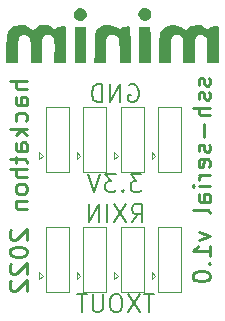
<source format=gbr>
%TF.GenerationSoftware,KiCad,Pcbnew,6.0.5-a6ca702e91~116~ubuntu20.04.1*%
%TF.CreationDate,2022-06-07T16:18:29-07:00*%
%TF.ProjectId,esp8266-dongle,65737038-3236-4362-9d64-6f6e676c652e,rev?*%
%TF.SameCoordinates,Original*%
%TF.FileFunction,Legend,Bot*%
%TF.FilePolarity,Positive*%
%FSLAX46Y46*%
G04 Gerber Fmt 4.6, Leading zero omitted, Abs format (unit mm)*
G04 Created by KiCad (PCBNEW 6.0.5-a6ca702e91~116~ubuntu20.04.1) date 2022-06-07 16:18:29*
%MOMM*%
%LPD*%
G01*
G04 APERTURE LIST*
%ADD10C,0.200000*%
%ADD11C,0.250000*%
%ADD12C,0.120000*%
G04 APERTURE END LIST*
D10*
X119490714Y-94428571D02*
X118633571Y-94428571D01*
X119062142Y-95928571D02*
X119062142Y-94428571D01*
X118276428Y-94428571D02*
X117276428Y-95928571D01*
X117276428Y-94428571D02*
X118276428Y-95928571D01*
X116419285Y-94428571D02*
X116133571Y-94428571D01*
X115990714Y-94500000D01*
X115847857Y-94642857D01*
X115776428Y-94928571D01*
X115776428Y-95428571D01*
X115847857Y-95714285D01*
X115990714Y-95857142D01*
X116133571Y-95928571D01*
X116419285Y-95928571D01*
X116562142Y-95857142D01*
X116705000Y-95714285D01*
X116776428Y-95428571D01*
X116776428Y-94928571D01*
X116705000Y-94642857D01*
X116562142Y-94500000D01*
X116419285Y-94428571D01*
X115133571Y-94428571D02*
X115133571Y-95642857D01*
X115062142Y-95785714D01*
X114990714Y-95857142D01*
X114847857Y-95928571D01*
X114562142Y-95928571D01*
X114419285Y-95857142D01*
X114347857Y-95785714D01*
X114276428Y-95642857D01*
X114276428Y-94428571D01*
X113776428Y-94428571D02*
X112919285Y-94428571D01*
X113347857Y-95928571D02*
X113347857Y-94428571D01*
X118419285Y-84268571D02*
X117490714Y-84268571D01*
X117990714Y-84840000D01*
X117776428Y-84840000D01*
X117633571Y-84911428D01*
X117562142Y-84982857D01*
X117490714Y-85125714D01*
X117490714Y-85482857D01*
X117562142Y-85625714D01*
X117633571Y-85697142D01*
X117776428Y-85768571D01*
X118205000Y-85768571D01*
X118347857Y-85697142D01*
X118419285Y-85625714D01*
X116847857Y-85625714D02*
X116776428Y-85697142D01*
X116847857Y-85768571D01*
X116919285Y-85697142D01*
X116847857Y-85625714D01*
X116847857Y-85768571D01*
X116276428Y-84268571D02*
X115347857Y-84268571D01*
X115847857Y-84840000D01*
X115633571Y-84840000D01*
X115490714Y-84911428D01*
X115419285Y-84982857D01*
X115347857Y-85125714D01*
X115347857Y-85482857D01*
X115419285Y-85625714D01*
X115490714Y-85697142D01*
X115633571Y-85768571D01*
X116062142Y-85768571D01*
X116205000Y-85697142D01*
X116276428Y-85625714D01*
X114919285Y-84268571D02*
X114419285Y-85768571D01*
X113919285Y-84268571D01*
X117597857Y-88308571D02*
X118097857Y-87594285D01*
X118455000Y-88308571D02*
X118455000Y-86808571D01*
X117883571Y-86808571D01*
X117740714Y-86880000D01*
X117669285Y-86951428D01*
X117597857Y-87094285D01*
X117597857Y-87308571D01*
X117669285Y-87451428D01*
X117740714Y-87522857D01*
X117883571Y-87594285D01*
X118455000Y-87594285D01*
X117097857Y-86808571D02*
X116097857Y-88308571D01*
X116097857Y-86808571D02*
X117097857Y-88308571D01*
X115526428Y-88308571D02*
X115526428Y-86808571D01*
X114812142Y-88308571D02*
X114812142Y-86808571D01*
X113955000Y-88308571D01*
X113955000Y-86808571D01*
D11*
X124178142Y-76101857D02*
X124249571Y-76244714D01*
X124249571Y-76530428D01*
X124178142Y-76673285D01*
X124035285Y-76744714D01*
X123963857Y-76744714D01*
X123821000Y-76673285D01*
X123749571Y-76530428D01*
X123749571Y-76316142D01*
X123678142Y-76173285D01*
X123535285Y-76101857D01*
X123463857Y-76101857D01*
X123321000Y-76173285D01*
X123249571Y-76316142D01*
X123249571Y-76530428D01*
X123321000Y-76673285D01*
X124178142Y-77316142D02*
X124249571Y-77459000D01*
X124249571Y-77744714D01*
X124178142Y-77887571D01*
X124035285Y-77959000D01*
X123963857Y-77959000D01*
X123821000Y-77887571D01*
X123749571Y-77744714D01*
X123749571Y-77530428D01*
X123678142Y-77387571D01*
X123535285Y-77316142D01*
X123463857Y-77316142D01*
X123321000Y-77387571D01*
X123249571Y-77530428D01*
X123249571Y-77744714D01*
X123321000Y-77887571D01*
X124249571Y-78601857D02*
X122749571Y-78601857D01*
X124249571Y-79244714D02*
X123463857Y-79244714D01*
X123321000Y-79173285D01*
X123249571Y-79030428D01*
X123249571Y-78816142D01*
X123321000Y-78673285D01*
X123392428Y-78601857D01*
X123678142Y-79959000D02*
X123678142Y-81101857D01*
X124178142Y-81744714D02*
X124249571Y-81887571D01*
X124249571Y-82173285D01*
X124178142Y-82316142D01*
X124035285Y-82387571D01*
X123963857Y-82387571D01*
X123821000Y-82316142D01*
X123749571Y-82173285D01*
X123749571Y-81959000D01*
X123678142Y-81816142D01*
X123535285Y-81744714D01*
X123463857Y-81744714D01*
X123321000Y-81816142D01*
X123249571Y-81959000D01*
X123249571Y-82173285D01*
X123321000Y-82316142D01*
X124178142Y-83601857D02*
X124249571Y-83459000D01*
X124249571Y-83173285D01*
X124178142Y-83030428D01*
X124035285Y-82959000D01*
X123463857Y-82959000D01*
X123321000Y-83030428D01*
X123249571Y-83173285D01*
X123249571Y-83459000D01*
X123321000Y-83601857D01*
X123463857Y-83673285D01*
X123606714Y-83673285D01*
X123749571Y-82959000D01*
X124249571Y-84316142D02*
X123249571Y-84316142D01*
X123535285Y-84316142D02*
X123392428Y-84387571D01*
X123321000Y-84459000D01*
X123249571Y-84601857D01*
X123249571Y-84744714D01*
X124249571Y-85244714D02*
X123249571Y-85244714D01*
X122749571Y-85244714D02*
X122821000Y-85173285D01*
X122892428Y-85244714D01*
X122821000Y-85316142D01*
X122749571Y-85244714D01*
X122892428Y-85244714D01*
X124249571Y-86601857D02*
X123463857Y-86601857D01*
X123321000Y-86530428D01*
X123249571Y-86387571D01*
X123249571Y-86101857D01*
X123321000Y-85959000D01*
X124178142Y-86601857D02*
X124249571Y-86459000D01*
X124249571Y-86101857D01*
X124178142Y-85959000D01*
X124035285Y-85887571D01*
X123892428Y-85887571D01*
X123749571Y-85959000D01*
X123678142Y-86101857D01*
X123678142Y-86459000D01*
X123606714Y-86601857D01*
X124249571Y-87530428D02*
X124178142Y-87387571D01*
X124035285Y-87316142D01*
X122749571Y-87316142D01*
X123249571Y-89101857D02*
X124249571Y-89459000D01*
X123249571Y-89816142D01*
X124249571Y-91173285D02*
X124249571Y-90316142D01*
X124249571Y-90744714D02*
X122749571Y-90744714D01*
X122963857Y-90601857D01*
X123106714Y-90459000D01*
X123178142Y-90316142D01*
X124106714Y-91816142D02*
X124178142Y-91887571D01*
X124249571Y-91816142D01*
X124178142Y-91744714D01*
X124106714Y-91816142D01*
X124249571Y-91816142D01*
X122749571Y-92816142D02*
X122749571Y-92959000D01*
X122821000Y-93101857D01*
X122892428Y-93173285D01*
X123035285Y-93244714D01*
X123321000Y-93316142D01*
X123678142Y-93316142D01*
X123963857Y-93244714D01*
X124106714Y-93173285D01*
X124178142Y-93101857D01*
X124249571Y-92959000D01*
X124249571Y-92816142D01*
X124178142Y-92673285D01*
X124106714Y-92601857D01*
X123963857Y-92530428D01*
X123678142Y-92459000D01*
X123321000Y-92459000D01*
X123035285Y-92530428D01*
X122892428Y-92601857D01*
X122821000Y-92673285D01*
X122749571Y-92816142D01*
D10*
X117347857Y-76720000D02*
X117490714Y-76648571D01*
X117705000Y-76648571D01*
X117919285Y-76720000D01*
X118062142Y-76862857D01*
X118133571Y-77005714D01*
X118205000Y-77291428D01*
X118205000Y-77505714D01*
X118133571Y-77791428D01*
X118062142Y-77934285D01*
X117919285Y-78077142D01*
X117705000Y-78148571D01*
X117562142Y-78148571D01*
X117347857Y-78077142D01*
X117276428Y-78005714D01*
X117276428Y-77505714D01*
X117562142Y-77505714D01*
X116633571Y-78148571D02*
X116633571Y-76648571D01*
X115776428Y-78148571D01*
X115776428Y-76648571D01*
X115062142Y-78148571D02*
X115062142Y-76648571D01*
X114705000Y-76648571D01*
X114490714Y-76720000D01*
X114347857Y-76862857D01*
X114276428Y-77005714D01*
X114205000Y-77291428D01*
X114205000Y-77505714D01*
X114276428Y-77791428D01*
X114347857Y-77934285D01*
X114490714Y-78077142D01*
X114705000Y-78148571D01*
X115062142Y-78148571D01*
D11*
X108755571Y-76395571D02*
X107255571Y-76395571D01*
X108755571Y-77038428D02*
X107969857Y-77038428D01*
X107827000Y-76967000D01*
X107755571Y-76824142D01*
X107755571Y-76609857D01*
X107827000Y-76467000D01*
X107898428Y-76395571D01*
X108755571Y-78395571D02*
X107969857Y-78395571D01*
X107827000Y-78324142D01*
X107755571Y-78181285D01*
X107755571Y-77895571D01*
X107827000Y-77752714D01*
X108684142Y-78395571D02*
X108755571Y-78252714D01*
X108755571Y-77895571D01*
X108684142Y-77752714D01*
X108541285Y-77681285D01*
X108398428Y-77681285D01*
X108255571Y-77752714D01*
X108184142Y-77895571D01*
X108184142Y-78252714D01*
X108112714Y-78395571D01*
X108684142Y-79752714D02*
X108755571Y-79609857D01*
X108755571Y-79324142D01*
X108684142Y-79181285D01*
X108612714Y-79109857D01*
X108469857Y-79038428D01*
X108041285Y-79038428D01*
X107898428Y-79109857D01*
X107827000Y-79181285D01*
X107755571Y-79324142D01*
X107755571Y-79609857D01*
X107827000Y-79752714D01*
X108755571Y-80395571D02*
X107255571Y-80395571D01*
X108184142Y-80538428D02*
X108755571Y-80967000D01*
X107755571Y-80967000D02*
X108327000Y-80395571D01*
X108755571Y-82252714D02*
X107969857Y-82252714D01*
X107827000Y-82181285D01*
X107755571Y-82038428D01*
X107755571Y-81752714D01*
X107827000Y-81609857D01*
X108684142Y-82252714D02*
X108755571Y-82109857D01*
X108755571Y-81752714D01*
X108684142Y-81609857D01*
X108541285Y-81538428D01*
X108398428Y-81538428D01*
X108255571Y-81609857D01*
X108184142Y-81752714D01*
X108184142Y-82109857D01*
X108112714Y-82252714D01*
X107755571Y-82752714D02*
X107755571Y-83324142D01*
X107255571Y-82967000D02*
X108541285Y-82967000D01*
X108684142Y-83038428D01*
X108755571Y-83181285D01*
X108755571Y-83324142D01*
X108755571Y-83824142D02*
X107255571Y-83824142D01*
X108755571Y-84467000D02*
X107969857Y-84467000D01*
X107827000Y-84395571D01*
X107755571Y-84252714D01*
X107755571Y-84038428D01*
X107827000Y-83895571D01*
X107898428Y-83824142D01*
X108755571Y-85395571D02*
X108684142Y-85252714D01*
X108612714Y-85181285D01*
X108469857Y-85109857D01*
X108041285Y-85109857D01*
X107898428Y-85181285D01*
X107827000Y-85252714D01*
X107755571Y-85395571D01*
X107755571Y-85609857D01*
X107827000Y-85752714D01*
X107898428Y-85824142D01*
X108041285Y-85895571D01*
X108469857Y-85895571D01*
X108612714Y-85824142D01*
X108684142Y-85752714D01*
X108755571Y-85609857D01*
X108755571Y-85395571D01*
X107755571Y-86538428D02*
X108755571Y-86538428D01*
X107898428Y-86538428D02*
X107827000Y-86609857D01*
X107755571Y-86752714D01*
X107755571Y-86967000D01*
X107827000Y-87109857D01*
X107969857Y-87181285D01*
X108755571Y-87181285D01*
X107398428Y-88967000D02*
X107327000Y-89038428D01*
X107255571Y-89181285D01*
X107255571Y-89538428D01*
X107327000Y-89681285D01*
X107398428Y-89752714D01*
X107541285Y-89824142D01*
X107684142Y-89824142D01*
X107898428Y-89752714D01*
X108755571Y-88895571D01*
X108755571Y-89824142D01*
X107255571Y-90752714D02*
X107255571Y-90895571D01*
X107327000Y-91038428D01*
X107398428Y-91109857D01*
X107541285Y-91181285D01*
X107827000Y-91252714D01*
X108184142Y-91252714D01*
X108469857Y-91181285D01*
X108612714Y-91109857D01*
X108684142Y-91038428D01*
X108755571Y-90895571D01*
X108755571Y-90752714D01*
X108684142Y-90609857D01*
X108612714Y-90538428D01*
X108469857Y-90467000D01*
X108184142Y-90395571D01*
X107827000Y-90395571D01*
X107541285Y-90467000D01*
X107398428Y-90538428D01*
X107327000Y-90609857D01*
X107255571Y-90752714D01*
X107398428Y-91824142D02*
X107327000Y-91895571D01*
X107255571Y-92038428D01*
X107255571Y-92395571D01*
X107327000Y-92538428D01*
X107398428Y-92609857D01*
X107541285Y-92681285D01*
X107684142Y-92681285D01*
X107898428Y-92609857D01*
X108755571Y-91752714D01*
X108755571Y-92681285D01*
X107398428Y-93252714D02*
X107327000Y-93324142D01*
X107255571Y-93467000D01*
X107255571Y-93824142D01*
X107327000Y-93967000D01*
X107398428Y-94038428D01*
X107541285Y-94109857D01*
X107684142Y-94109857D01*
X107898428Y-94038428D01*
X108755571Y-93181285D01*
X108755571Y-94109857D01*
D12*
%TO.C,JP4*%
X121800000Y-88690000D02*
X119850000Y-88690000D01*
X119300000Y-92540000D02*
X119600000Y-92840000D01*
X121800000Y-94190000D02*
X121800000Y-88690000D01*
X119850000Y-94190000D02*
X121800000Y-94190000D01*
X119300000Y-93140000D02*
X119300000Y-92540000D01*
X119600000Y-92840000D02*
X119300000Y-93140000D01*
X119850000Y-88690000D02*
X119850000Y-94190000D01*
%TO.C,JP7*%
X112950000Y-93140000D02*
X112950000Y-92540000D01*
X112950000Y-92540000D02*
X113250000Y-92840000D01*
X115450000Y-88690000D02*
X113500000Y-88690000D01*
X115450000Y-94190000D02*
X115450000Y-88690000D01*
X113500000Y-94190000D02*
X115450000Y-94190000D01*
X113250000Y-92840000D02*
X112950000Y-93140000D01*
X113500000Y-88690000D02*
X113500000Y-94190000D01*
%TO.C,JP8*%
X118625000Y-94190000D02*
X118625000Y-88690000D01*
X116425000Y-92840000D02*
X116125000Y-93140000D01*
X116125000Y-93140000D02*
X116125000Y-92540000D01*
X118625000Y-88690000D02*
X116675000Y-88690000D01*
X116675000Y-88690000D02*
X116675000Y-94190000D01*
X116125000Y-92540000D02*
X116425000Y-92840000D01*
X116675000Y-94190000D02*
X118625000Y-94190000D01*
%TO.C,G\u002A\u002A\u002A*%
G36*
X118852408Y-70203759D02*
G01*
X118994178Y-70257304D01*
X119117803Y-70352864D01*
X119213607Y-70492581D01*
X119255355Y-70612152D01*
X119266023Y-70781025D01*
X119225114Y-70942303D01*
X119136299Y-71083759D01*
X119003249Y-71193166D01*
X118924515Y-71226148D01*
X118783190Y-71252386D01*
X118633045Y-71252256D01*
X118501447Y-71224073D01*
X118380046Y-71156625D01*
X118262914Y-71036946D01*
X118185004Y-70888529D01*
X118156722Y-70726395D01*
X118162501Y-70644959D01*
X118209978Y-70491357D01*
X118297358Y-70366929D01*
X118414966Y-70273815D01*
X118553127Y-70214154D01*
X118702165Y-70190089D01*
X118852408Y-70203759D01*
G37*
G36*
X121512898Y-71658615D02*
G01*
X121748124Y-71761398D01*
X121984976Y-71920092D01*
X122169882Y-72064021D01*
X122304988Y-71931713D01*
X122371872Y-71871018D01*
X122570411Y-71739947D01*
X122797090Y-71657829D01*
X123058530Y-71621944D01*
X123243105Y-71621373D01*
X123447424Y-71650144D01*
X123637855Y-71717377D01*
X123836362Y-71828918D01*
X123907463Y-71873558D01*
X123988082Y-71916853D01*
X124040105Y-71930696D01*
X124075147Y-71919491D01*
X124156356Y-71863725D01*
X124286812Y-71794733D01*
X124422921Y-71754337D01*
X124582144Y-71738147D01*
X124781939Y-71741772D01*
X124962081Y-71751397D01*
X124969857Y-73305120D01*
X124977632Y-74858844D01*
X123986312Y-74858844D01*
X123986312Y-73867099D01*
X123986305Y-73801594D01*
X123985861Y-73525733D01*
X123984094Y-73301982D01*
X123980129Y-73123786D01*
X123973093Y-72984593D01*
X123962110Y-72877849D01*
X123946305Y-72796999D01*
X123924804Y-72735491D01*
X123896732Y-72686769D01*
X123861213Y-72644282D01*
X123817374Y-72601475D01*
X123689895Y-72511569D01*
X123536514Y-72459935D01*
X123380212Y-72455824D01*
X123232665Y-72497627D01*
X123105550Y-72583738D01*
X123010544Y-72712550D01*
X123005509Y-72722809D01*
X122990115Y-72759371D01*
X122977736Y-72802332D01*
X122967959Y-72858399D01*
X122960373Y-72934278D01*
X122954565Y-73036673D01*
X122950122Y-73172292D01*
X122946631Y-73347840D01*
X122943682Y-73570022D01*
X122940860Y-73845546D01*
X122931223Y-74858844D01*
X121974728Y-74858844D01*
X121974069Y-73875569D01*
X121973716Y-73633140D01*
X121972685Y-73407895D01*
X121970651Y-73229889D01*
X121967267Y-73092307D01*
X121962188Y-72988333D01*
X121955066Y-72911150D01*
X121945555Y-72853945D01*
X121933310Y-72809900D01*
X121917982Y-72772201D01*
X121860553Y-72672331D01*
X121740219Y-72552516D01*
X121584110Y-72480803D01*
X121391825Y-72456952D01*
X121390534Y-72456954D01*
X121228657Y-72485444D01*
X121091485Y-72566766D01*
X120987340Y-72696002D01*
X120968195Y-72731306D01*
X120952606Y-72766442D01*
X120940380Y-72807692D01*
X120931062Y-72861797D01*
X120924200Y-72935498D01*
X120919341Y-73035538D01*
X120916031Y-73168658D01*
X120913818Y-73341599D01*
X120912248Y-73561104D01*
X120910868Y-73833914D01*
X120906064Y-74843832D01*
X120399938Y-74852085D01*
X119893813Y-74860338D01*
X119913433Y-73741210D01*
X119918660Y-73483689D01*
X119925041Y-73236903D01*
X119932226Y-73011251D01*
X119939911Y-72814518D01*
X119947791Y-72654482D01*
X119955562Y-72538927D01*
X119962920Y-72475633D01*
X119999530Y-72336854D01*
X120102806Y-72111522D01*
X120251020Y-71924622D01*
X120441742Y-71778293D01*
X120672540Y-71674673D01*
X120940981Y-71615899D01*
X121006611Y-71608918D01*
X121269119Y-71608777D01*
X121512898Y-71658615D01*
G37*
G36*
X119185075Y-72539517D02*
G01*
X119185357Y-72609920D01*
X119187006Y-72881451D01*
X119189552Y-73184979D01*
X119192776Y-73498822D01*
X119196463Y-73801297D01*
X119200395Y-74070723D01*
X119213171Y-74858844D01*
X118221773Y-74858844D01*
X118221773Y-71796432D01*
X119182530Y-71796432D01*
X119185075Y-72539517D01*
G37*
G36*
X108551273Y-71652187D02*
G01*
X108797737Y-71756462D01*
X109043993Y-71919234D01*
X109228105Y-72062305D01*
X109372470Y-71927269D01*
X109460231Y-71851625D01*
X109654181Y-71729207D01*
X109869154Y-71654447D01*
X110118341Y-71621944D01*
X110302916Y-71621373D01*
X110507235Y-71650144D01*
X110697666Y-71717377D01*
X110896173Y-71828918D01*
X110967274Y-71873558D01*
X111047893Y-71916853D01*
X111099916Y-71930696D01*
X111134958Y-71919491D01*
X111216167Y-71863725D01*
X111346623Y-71794733D01*
X111482732Y-71754337D01*
X111641955Y-71738147D01*
X111841750Y-71741772D01*
X112021892Y-71751397D01*
X112029668Y-73305120D01*
X112037444Y-74858844D01*
X111037926Y-74858844D01*
X111052885Y-73935617D01*
X111055011Y-73796974D01*
X111057949Y-73526731D01*
X111057767Y-73307006D01*
X111053737Y-73131234D01*
X111045126Y-72992851D01*
X111031205Y-72885292D01*
X111011242Y-72801993D01*
X110984508Y-72736389D01*
X110950270Y-72681917D01*
X110907800Y-72632011D01*
X110819200Y-72554133D01*
X110666682Y-72480704D01*
X110484144Y-72457065D01*
X110466093Y-72457338D01*
X110306899Y-72487730D01*
X110178610Y-72569337D01*
X110079072Y-72703470D01*
X110063791Y-72733077D01*
X110048159Y-72769535D01*
X110035763Y-72812027D01*
X110026139Y-72867305D01*
X110018825Y-72942120D01*
X110013356Y-73043222D01*
X110009270Y-73177365D01*
X110006103Y-73351299D01*
X110003391Y-73571775D01*
X110000671Y-73845546D01*
X109991034Y-74858844D01*
X109034539Y-74858844D01*
X109033880Y-73875569D01*
X109033527Y-73633140D01*
X109032496Y-73407895D01*
X109030462Y-73229889D01*
X109027078Y-73092307D01*
X109021999Y-72988333D01*
X109014877Y-72911150D01*
X109005366Y-72853945D01*
X108993121Y-72809900D01*
X108977793Y-72772201D01*
X108976340Y-72769072D01*
X108876566Y-72618931D01*
X108744244Y-72515674D01*
X108587514Y-72462110D01*
X108414519Y-72461048D01*
X108233398Y-72515300D01*
X108185808Y-72537530D01*
X108136009Y-72565635D01*
X108095880Y-72599704D01*
X108064261Y-72645746D01*
X108039991Y-72709770D01*
X108021910Y-72797784D01*
X108008856Y-72915798D01*
X107999670Y-73069819D01*
X107993191Y-73265857D01*
X107988259Y-73509920D01*
X107983712Y-73808016D01*
X107968700Y-74843832D01*
X107461758Y-74852082D01*
X106954815Y-74860332D01*
X106976330Y-73756219D01*
X106977287Y-73707426D01*
X106983829Y-73398292D01*
X106990524Y-73141775D01*
X106997986Y-72931377D01*
X107006831Y-72760598D01*
X107017677Y-72622938D01*
X107031139Y-72511898D01*
X107047833Y-72420978D01*
X107068375Y-72343680D01*
X107093382Y-72273503D01*
X107123469Y-72203948D01*
X107148198Y-72152734D01*
X107257733Y-71977813D01*
X107392606Y-71841766D01*
X107560795Y-71739403D01*
X107770276Y-71665536D01*
X108029029Y-71614977D01*
X108039196Y-71613570D01*
X108299970Y-71605019D01*
X108551273Y-71652187D01*
G37*
G36*
X115757282Y-71617454D02*
G01*
X116007847Y-71663814D01*
X116252282Y-71753650D01*
X116482717Y-71888152D01*
X116571277Y-71951212D01*
X116660598Y-71876053D01*
X116725227Y-71832905D01*
X116874666Y-71776461D01*
X117062114Y-71745060D01*
X117276029Y-71741232D01*
X117486194Y-71751397D01*
X117493970Y-73305120D01*
X117501746Y-74858844D01*
X116574686Y-74858844D01*
X116565074Y-73830534D01*
X116563866Y-73704323D01*
X116561101Y-73450954D01*
X116558073Y-73248324D01*
X116554384Y-73089924D01*
X116549633Y-72969246D01*
X116543422Y-72879781D01*
X116535351Y-72815020D01*
X116525023Y-72768456D01*
X116512037Y-72733579D01*
X116495994Y-72703882D01*
X116424188Y-72619273D01*
X116293996Y-72533666D01*
X116133135Y-72477287D01*
X115956599Y-72456999D01*
X115830749Y-72464287D01*
X115686038Y-72502948D01*
X115578691Y-72579020D01*
X115499886Y-72697141D01*
X115491021Y-72716214D01*
X115471805Y-72765407D01*
X115456964Y-72821983D01*
X115445624Y-72894720D01*
X115436914Y-72992393D01*
X115429962Y-73123779D01*
X115423896Y-73297653D01*
X115417844Y-73522792D01*
X115416369Y-73582961D01*
X115411311Y-73806698D01*
X115406899Y-74028369D01*
X115403386Y-74233484D01*
X115401026Y-74407554D01*
X115400074Y-74536089D01*
X115399551Y-74858844D01*
X114437193Y-74858844D01*
X114442711Y-73950628D01*
X114443691Y-73801766D01*
X114446652Y-73471595D01*
X114450685Y-73193623D01*
X114456192Y-72962258D01*
X114463572Y-72771905D01*
X114473226Y-72616970D01*
X114485555Y-72491860D01*
X114500958Y-72390980D01*
X114519837Y-72308738D01*
X114542591Y-72239538D01*
X114569622Y-72177786D01*
X114687952Y-71996075D01*
X114851119Y-71842933D01*
X115047506Y-71727308D01*
X115269242Y-71650392D01*
X115508457Y-71613377D01*
X115757282Y-71617454D01*
G37*
G36*
X113329509Y-70202605D02*
G01*
X113499630Y-70250472D01*
X113639339Y-70349838D01*
X113746228Y-70499166D01*
X113746642Y-70499975D01*
X113771452Y-70587719D01*
X113781336Y-70706120D01*
X113775781Y-70827891D01*
X113754272Y-70925747D01*
X113740620Y-70955143D01*
X113668342Y-71054899D01*
X113568598Y-71148308D01*
X113463026Y-71213959D01*
X113447504Y-71220130D01*
X113350189Y-71244396D01*
X113244391Y-71254832D01*
X113125791Y-71244567D01*
X112968571Y-71190590D01*
X112840664Y-71098530D01*
X112746763Y-70977626D01*
X112691565Y-70837119D01*
X112679765Y-70686249D01*
X112716058Y-70534257D01*
X112805140Y-70390382D01*
X112931065Y-70279587D01*
X113086678Y-70215047D01*
X113274898Y-70198578D01*
X113329509Y-70202605D01*
G37*
G36*
X113718227Y-74858844D02*
G01*
X112757471Y-74858844D01*
X112757471Y-73295591D01*
X112757522Y-73022337D01*
X112757822Y-72719018D01*
X112758536Y-72467367D01*
X112759823Y-72262661D01*
X112761844Y-72100177D01*
X112764760Y-71975192D01*
X112768730Y-71882982D01*
X112773915Y-71818825D01*
X112780475Y-71777997D01*
X112788571Y-71755775D01*
X112798363Y-71747437D01*
X112810012Y-71748258D01*
X113070371Y-71808162D01*
X113322617Y-71822021D01*
X113561566Y-71785819D01*
X113718227Y-71745181D01*
X113718227Y-74858844D01*
G37*
%TO.C,JP5*%
X113500000Y-78530000D02*
X113500000Y-84030000D01*
X112950000Y-82380000D02*
X113250000Y-82680000D01*
X113500000Y-84030000D02*
X115450000Y-84030000D01*
X113250000Y-82680000D02*
X112950000Y-82980000D01*
X115450000Y-78530000D02*
X113500000Y-78530000D01*
X115450000Y-84030000D02*
X115450000Y-78530000D01*
X112950000Y-82980000D02*
X112950000Y-82380000D01*
%TO.C,JP3*%
X110325000Y-88690000D02*
X110325000Y-94190000D01*
X109775000Y-93140000D02*
X109775000Y-92540000D01*
X112275000Y-94190000D02*
X112275000Y-88690000D01*
X110075000Y-92840000D02*
X109775000Y-93140000D01*
X112275000Y-88690000D02*
X110325000Y-88690000D01*
X109775000Y-92540000D02*
X110075000Y-92840000D01*
X110325000Y-94190000D02*
X112275000Y-94190000D01*
%TO.C,JP6*%
X116125000Y-82380000D02*
X116425000Y-82680000D01*
X116125000Y-82980000D02*
X116125000Y-82380000D01*
X116675000Y-78530000D02*
X116675000Y-84030000D01*
X116425000Y-82680000D02*
X116125000Y-82980000D01*
X116675000Y-84030000D02*
X118625000Y-84030000D01*
X118625000Y-78530000D02*
X116675000Y-78530000D01*
X118625000Y-84030000D02*
X118625000Y-78530000D01*
%TO.C,JP2*%
X121800000Y-78530000D02*
X119850000Y-78530000D01*
X119600000Y-82680000D02*
X119300000Y-82980000D01*
X119300000Y-82980000D02*
X119300000Y-82380000D01*
X119850000Y-78530000D02*
X119850000Y-84030000D01*
X119300000Y-82380000D02*
X119600000Y-82680000D01*
X119850000Y-84030000D02*
X121800000Y-84030000D01*
X121800000Y-84030000D02*
X121800000Y-78530000D01*
%TO.C,JP1*%
X110325000Y-84030000D02*
X112275000Y-84030000D01*
X112275000Y-84030000D02*
X112275000Y-78530000D01*
X109775000Y-82380000D02*
X110075000Y-82680000D01*
X112275000Y-78530000D02*
X110325000Y-78530000D01*
X109775000Y-82980000D02*
X109775000Y-82380000D01*
X110075000Y-82680000D02*
X109775000Y-82980000D01*
X110325000Y-78530000D02*
X110325000Y-84030000D01*
%TD*%
M02*

</source>
